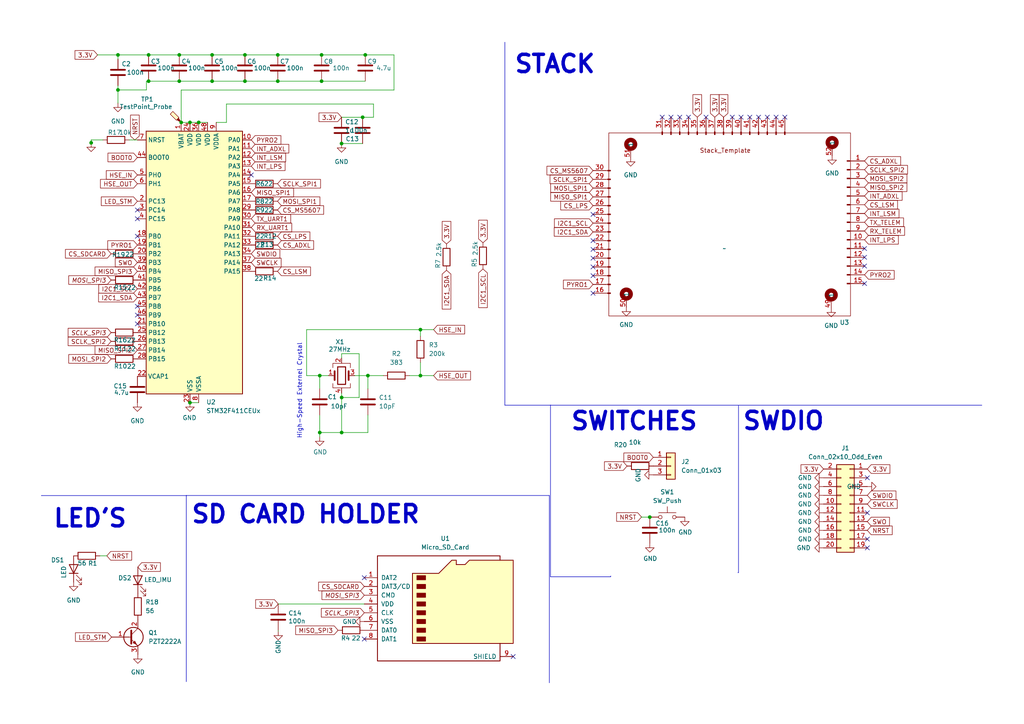
<source format=kicad_sch>
(kicad_sch (version 20230121) (generator eeschema)
  (paper "A4")
  (lib_symbols
    (symbol "Connector:Micro_SD_Card" (pin_names (offset 1.016))
      (property "Reference" "J" (at -16.51 15.24 0))
      (property "Value" "Micro_SD_Card" (at 16.51 15.24 0))
      (symbol "Micro_SD_Card_1_1"
        (pin bidirectional line (at -22.86 7.62 0) (length 3.81) (name "DAT2") (number "1"))
        (pin bidirectional line (at -22.86 5.08 0) (length 3.81) (name "DAT3/CD") (number "2"))
        (pin input line (at -22.86 2.54 0) (length 3.81) (name "CMD") (number "3"))
        (pin power_in line (at -22.86 0 0) (length 3.81) (name "VDD") (number "4"))
        (pin input line (at -22.86 -2.54 0) (length 3.81) (name "CLK") (number "5"))
        (pin power_in line (at -22.86 -5.08 0) (length 3.81) (name "VSS") (number "6"))
        (pin bidirectional line (at -22.86 -7.62 0) (length 3.81) (name "DAT0") (number "7"))
        (pin bidirectional line (at -22.86 -10.16 0) (length 3.81) (name "DAT1") (number "8"))
        (pin passive line (at 20.32 -15.24 180) (length 3.81) (name "SHIELD") (number "9"))
      )
    )
    (symbol "Connector:TestPoint_Probe" (pin_numbers hide) (pin_names (offset 0.762) hide)
      (property "Reference" "TP" (at 1.651 5.842 0))
      (property "Value" "TestPoint_Probe" (at 1.651 4.064 0))
      (symbol "TestPoint_Probe_1_1"
        (pin passive line (at 0 0 90) (length 0) (name "1") (number "1"))
      )
    )
    (symbol "Connector_Generic:Conn_01x03" (pin_names (offset 1.016) hide)
      (property "Reference" "J" (at 0 5.08 0))
      (property "Value" "Conn_01x03" (at 0 -5.08 0))
      (symbol "Conn_01x03_1_1"
        (pin passive line (at -5.08 2.54 0) (length 3.81) (name "Pin_1") (number "1"))
        (pin passive line (at -5.08 0 0) (length 3.81) (name "Pin_2") (number "2"))
        (pin passive line (at -5.08 -2.54 0) (length 3.81) (name "Pin_3") (number "3"))
      )
    )
    (symbol "Connector_Generic:Conn_02x10_Odd_Even" (pin_names (offset 1.016) hide)
      (property "Reference" "J" (at 1.27 12.7 0))
      (property "Value" "Conn_02x10_Odd_Even" (at 1.27 -15.24 0))
      (symbol "Conn_02x10_Odd_Even_1_1"
        (pin passive line (at -5.08 10.16 0) (length 3.81) (name "Pin_1") (number "1"))
        (pin passive line (at 7.62 0 180) (length 3.81) (name "Pin_10") (number "10"))
        (pin passive line (at -5.08 -2.54 0) (length 3.81) (name "Pin_11") (number "11"))
        (pin passive line (at 7.62 -2.54 180) (length 3.81) (name "Pin_12") (number "12"))
        (pin passive line (at -5.08 -5.08 0) (length 3.81) (name "Pin_13") (number "13"))
        (pin passive line (at 7.62 -5.08 180) (length 3.81) (name "Pin_14") (number "14"))
        (pin passive line (at -5.08 -7.62 0) (length 3.81) (name "Pin_15") (number "15"))
        (pin passive line (at 7.62 -7.62 180) (length 3.81) (name "Pin_16") (number "16"))
        (pin passive line (at -5.08 -10.16 0) (length 3.81) (name "Pin_17") (number "17"))
        (pin passive line (at 7.62 -10.16 180) (length 3.81) (name "Pin_18") (number "18"))
        (pin passive line (at -5.08 -12.7 0) (length 3.81) (name "Pin_19") (number "19"))
        (pin passive line (at 7.62 10.16 180) (length 3.81) (name "Pin_2") (number "2"))
        (pin passive line (at 7.62 -12.7 180) (length 3.81) (name "Pin_20") (number "20"))
        (pin passive line (at -5.08 7.62 0) (length 3.81) (name "Pin_3") (number "3"))
        (pin passive line (at 7.62 7.62 180) (length 3.81) (name "Pin_4") (number "4"))
        (pin passive line (at -5.08 5.08 0) (length 3.81) (name "Pin_5") (number "5"))
        (pin passive line (at 7.62 5.08 180) (length 3.81) (name "Pin_6") (number "6"))
        (pin passive line (at -5.08 2.54 0) (length 3.81) (name "Pin_7") (number "7"))
        (pin passive line (at 7.62 2.54 180) (length 3.81) (name "Pin_8") (number "8"))
        (pin passive line (at -5.08 0 0) (length 3.81) (name "Pin_9") (number "9"))
      )
    )
    (symbol "Device:C" (pin_numbers hide) (pin_names (offset 0.254))
      (property "Reference" "C" (at 0.635 2.54 0))
      (property "Value" "C" (at 0.635 -2.54 0))
      (symbol "C_1_1"
        (pin passive line (at 0 3.81 270) (length 2.794) (name "~") (number "1"))
        (pin passive line (at 0 -3.81 90) (length 2.794) (name "~") (number "2"))
      )
    )
    (symbol "Device:Crystal_GND24" (pin_names (offset 1.016) hide)
      (property "Reference" "Y" (at 3.175 5.08 0))
      (property "Value" "Crystal_GND24" (at 3.175 3.175 0))
      (symbol "Crystal_GND24_1_1"
        (pin passive line (at -3.81 0 0) (length 1.27) (name "1") (number "1"))
        (pin passive line (at 0 5.08 270) (length 1.27) (name "2") (number "2"))
        (pin passive line (at 3.81 0 180) (length 1.27) (name "3") (number "3"))
        (pin passive line (at 0 -5.08 90) (length 1.27) (name "4") (number "4"))
      )
    )
    (symbol "Device:LED" (pin_numbers hide) (pin_names (offset 1.016) hide)
      (property "Reference" "D" (at 0 2.54 0))
      (property "Value" "LED" (at 0 -2.54 0))
      (symbol "LED_1_1"
        (pin passive line (at -3.81 0 0) (length 2.54) (name "K") (number "1"))
        (pin passive line (at 3.81 0 180) (length 2.54) (name "A") (number "2"))
      )
    )
    (symbol "Device:R" (pin_numbers hide) (pin_names (offset 0))
      (property "Reference" "R" (at 2.032 0 90))
      (property "Value" "R" (at 0 0 90))
      (symbol "R_1_1"
        (pin passive line (at 0 3.81 270) (length 1.27) (name "~") (number "1"))
        (pin passive line (at 0 -3.81 90) (length 1.27) (name "~") (number "2"))
      )
    )
    (symbol "GND_1" (power) (pin_names (offset 0))
      (property "Value" "GND_1" (at 0 -3.81 0))
      (symbol "GND_1_1_1"
        (pin power_in line (at 0 0 270) (length 0) hide (name "GND") (number "1"))
      )
    )
    (symbol "MCU_ST_STM32F4:STM32F411CEUx"
      (property "Reference" "U" (at -12.7 39.37 0))
      (property "Value" "STM32F411CEUx" (at 10.16 39.37 0))
      (symbol "STM32F411CEUx_1_1"
        (pin power_in line (at -2.54 40.64 270) (length 2.54) (name "VBAT") (number "1"))
        (pin bidirectional line (at 17.78 35.56 180) (length 2.54) (name "PA0") (number "10"))
        (pin bidirectional line (at 17.78 33.02 180) (length 2.54) (name "PA1") (number "11"))
        (pin bidirectional line (at 17.78 30.48 180) (length 2.54) (name "PA2") (number "12"))
        (pin bidirectional line (at 17.78 27.94 180) (length 2.54) (name "PA3") (number "13"))
        (pin bidirectional line (at 17.78 25.4 180) (length 2.54) (name "PA4") (number "14"))
        (pin bidirectional line (at 17.78 22.86 180) (length 2.54) (name "PA5") (number "15"))
        (pin bidirectional line (at 17.78 20.32 180) (length 2.54) (name "PA6") (number "16"))
        (pin bidirectional line (at 17.78 17.78 180) (length 2.54) (name "PA7") (number "17"))
        (pin bidirectional line (at -15.24 7.62 0) (length 2.54) (name "PB0") (number "18"))
        (pin bidirectional line (at -15.24 5.08 0) (length 2.54) (name "PB1") (number "19"))
        (pin bidirectional line (at -15.24 17.78 0) (length 2.54) (name "PC13") (number "2"))
        (pin bidirectional line (at -15.24 2.54 0) (length 2.54) (name "PB2") (number "20"))
        (pin bidirectional line (at -15.24 -17.78 0) (length 2.54) (name "PB10") (number "21"))
        (pin power_out line (at -15.24 -33.02 0) (length 2.54) (name "VCAP1") (number "22"))
        (pin power_in line (at 0 -40.64 90) (length 2.54) (name "VSS") (number "23"))
        (pin power_in line (at 0 40.64 270) (length 2.54) (name "VDD") (number "24"))
        (pin bidirectional line (at -15.24 -20.32 0) (length 2.54) (name "PB12") (number "25"))
        (pin bidirectional line (at -15.24 -22.86 0) (length 2.54) (name "PB13") (number "26"))
        (pin bidirectional line (at -15.24 -25.4 0) (length 2.54) (name "PB14") (number "27"))
        (pin bidirectional line (at -15.24 -27.94 0) (length 2.54) (name "PB15") (number "28"))
        (pin bidirectional line (at 17.78 15.24 180) (length 2.54) (name "PA8") (number "29"))
        (pin bidirectional line (at -15.24 15.24 0) (length 2.54) (name "PC14") (number "3"))
        (pin bidirectional line (at 17.78 12.7 180) (length 2.54) (name "PA9") (number "30"))
        (pin bidirectional line (at 17.78 10.16 180) (length 2.54) (name "PA10") (number "31"))
        (pin bidirectional line (at 17.78 7.62 180) (length 2.54) (name "PA11") (number "32"))
        (pin bidirectional line (at 17.78 5.08 180) (length 2.54) (name "PA12") (number "33"))
        (pin bidirectional line (at 17.78 2.54 180) (length 2.54) (name "PA13") (number "34"))
        (pin passive line (at 0 -40.64 90) (length 2.54) hide (name "VSS") (number "35"))
        (pin power_in line (at 2.54 40.64 270) (length 2.54) (name "VDD") (number "36"))
        (pin bidirectional line (at 17.78 0 180) (length 2.54) (name "PA14") (number "37"))
        (pin bidirectional line (at 17.78 -2.54 180) (length 2.54) (name "PA15") (number "38"))
        (pin bidirectional line (at -15.24 0 0) (length 2.54) (name "PB3") (number "39"))
        (pin bidirectional line (at -15.24 12.7 0) (length 2.54) (name "PC15") (number "4"))
        (pin bidirectional line (at -15.24 -2.54 0) (length 2.54) (name "PB4") (number "40"))
        (pin bidirectional line (at -15.24 -5.08 0) (length 2.54) (name "PB5") (number "41"))
        (pin bidirectional line (at -15.24 -7.62 0) (length 2.54) (name "PB6") (number "42"))
        (pin bidirectional line (at -15.24 -10.16 0) (length 2.54) (name "PB7") (number "43"))
        (pin input line (at -15.24 30.48 0) (length 2.54) (name "BOOT0") (number "44"))
        (pin bidirectional line (at -15.24 -12.7 0) (length 2.54) (name "PB8") (number "45"))
        (pin bidirectional line (at -15.24 -15.24 0) (length 2.54) (name "PB9") (number "46"))
        (pin passive line (at 0 -40.64 90) (length 2.54) hide (name "VSS") (number "47"))
        (pin power_in line (at 5.08 40.64 270) (length 2.54) (name "VDD") (number "48"))
        (pin passive line (at 0 -40.64 90) (length 2.54) hide (name "VSS") (number "49"))
        (pin bidirectional line (at -15.24 25.4 0) (length 2.54) (name "PH0") (number "5"))
        (pin bidirectional line (at -15.24 22.86 0) (length 2.54) (name "PH1") (number "6"))
        (pin input line (at -15.24 35.56 0) (length 2.54) (name "NRST") (number "7"))
        (pin power_in line (at 2.54 -40.64 90) (length 2.54) (name "VSSA") (number "8"))
        (pin power_in line (at 7.62 40.64 270) (length 2.54) (name "VDDA") (number "9"))
      )
    )
    (symbol "Switch:SW_Push" (pin_numbers hide) (pin_names (offset 1.016) hide)
      (property "Reference" "SW" (at 1.27 2.54 0))
      (property "Value" "SW_Push" (at 0 -1.524 0))
      (symbol "SW_Push_0_1"
        (pin passive line (at -5.08 0 0) (length 2.54) (name "1") (number "1"))
        (pin passive line (at 5.08 0 180) (length 2.54) (name "2") (number "2"))
      )
    )
    (symbol "Transistor_BJT:PZT2222A" (pin_names (offset 0) hide)
      (property "Reference" "Q" (at 5.08 1.905 0))
      (property "Value" "PZT2222A" (at 5.08 0 0))
      (symbol "PZT2222A_1_1"
        (pin input line (at -5.08 0 0) (length 5.08) (name "B") (number "1"))
        (pin passive line (at 2.54 5.08 270) (length 2.54) (name "C") (number "2"))
        (pin passive line (at 2.54 -5.08 90) (length 2.54) (name "E") (number "3"))
      )
    )
    (symbol "fc_stack:Template"
      (property "Reference" "U" (at 0 0 0))
      (symbol "Template_1_1"
        (text "Stack_Template\n" (at 0.254 28.448 0) (effects (font (size 1.27 1.27))))
        (pin passive line (at 40.64 25.4 180) (length 3.81) (name "") (number "1"))
        (pin passive line (at 40.64 2.54 180) (length 3.81) (name "") (number "10"))
        (pin passive line (at 40.64 0 180) (length 3.81) (name "") (number "11"))
        (pin passive line (at 40.64 -2.54 180) (length 3.81) (name "") (number "12"))
        (pin passive line (at 40.64 -5.08 180) (length 3.81) (name "") (number "13"))
        (pin passive line (at 40.64 -7.62 180) (length 3.81) (name "") (number "14"))
        (pin passive line (at 40.64 -10.16 180) (length 3.81) (name "") (number "15"))
        (pin passive line (at -38.1 -12.954 0) (length 3.81) (name "") (number "16"))
        (pin passive line (at -38.1 -10.414 0) (length 3.81) (name "") (number "17"))
        (pin passive line (at -38.1 -7.874 0) (length 3.81) (name "") (number "18"))
        (pin passive line (at -38.1 -5.334 0) (length 3.81) (name "") (number "19"))
        (pin passive line (at 40.64 22.86 180) (length 3.81) (name "") (number "2"))
        (pin passive line (at -38.1 -2.794 0) (length 3.81) (name "") (number "20"))
        (pin passive line (at -38.1 -0.254 0) (length 3.81) (name "") (number "21"))
        (pin passive line (at -38.1 2.286 0) (length 3.81) (name "") (number "22"))
        (pin passive line (at -38.1 4.826 0) (length 3.81) (name "") (number "23"))
        (pin passive line (at -38.1 7.366 0) (length 3.81) (name "") (number "24"))
        (pin passive line (at -38.1 9.906 0) (length 3.81) (name "") (number "25"))
        (pin passive line (at -38.1 12.446 0) (length 3.81) (name "") (number "26"))
        (pin passive line (at -38.1 14.986 0) (length 3.81) (name "") (number "27"))
        (pin passive line (at -38.1 17.526 0) (length 3.81) (name "") (number "28"))
        (pin passive line (at -38.1 20.066 0) (length 3.81) (name "") (number "29"))
        (pin passive line (at 40.64 20.32 180) (length 3.81) (name "") (number "3"))
        (pin passive line (at -38.1 22.606 0) (length 3.81) (name "") (number "30"))
        (pin passive line (at -18.034 38.1 270) (length 3.81) (name "") (number "31"))
        (pin passive line (at -15.494 38.1 270) (length 3.81) (name "") (number "32"))
        (pin passive line (at -12.954 38.1 270) (length 3.81) (name "") (number "33"))
        (pin passive line (at -10.414 38.1 270) (length 3.81) (name "") (number "34"))
        (pin passive line (at -7.874 38.1 270) (length 3.81) (name "") (number "35"))
        (pin passive line (at -5.334 38.1 270) (length 3.81) (name "") (number "36"))
        (pin passive line (at -2.794 38.1 270) (length 3.81) (name "") (number "37"))
        (pin passive line (at -0.254 38.1 270) (length 3.81) (name "") (number "38"))
        (pin passive line (at 2.286 38.1 270) (length 3.81) (name "") (number "39"))
        (pin passive line (at 40.64 17.78 180) (length 3.81) (name "") (number "4"))
        (pin passive line (at 4.826 38.1 270) (length 3.81) (name "") (number "40"))
        (pin passive line (at 7.366 38.1 270) (length 3.81) (name "") (number "41"))
        (pin passive line (at 9.906 38.1 270) (length 3.81) (name "") (number "42"))
        (pin passive line (at 12.446 38.1 270) (length 3.81) (name "") (number "43"))
        (pin passive line (at 14.986 38.1 270) (length 3.81) (name "") (number "44"))
        (pin passive line (at 17.526 38.1 270) (length 3.81) (name "") (number "45"))
        (pin input line (at 30.988 -17.272 90) (length 2.54) (name "1") (number "49"))
        (pin passive line (at 40.64 15.24 180) (length 3.81) (name "") (number "5"))
        (pin input line (at -28.448 -17.018 90) (length 2.54) (name "1") (number "50"))
        (pin input line (at -27.178 26.416 90) (length 2.54) (name "1") (number "51"))
        (pin input line (at 31.242 26.924 90) (length 2.54) (name "1") (number "52"))
        (pin passive line (at 40.64 12.7 180) (length 3.81) (name "") (number "6"))
        (pin passive line (at 40.64 10.16 180) (length 3.81) (name "") (number "7"))
        (pin passive line (at 40.64 7.62 180) (length 3.81) (name "") (number "8"))
        (pin passive line (at 40.64 5.08 180) (length 3.81) (name "") (number "9"))
      )
    )
    (symbol "power:GND" (power) (pin_names (offset 0))
      (property "Value" "GND" (at 0 -3.81 0))
      (symbol "GND_1_1"
        (pin power_in line (at 0 0 270) (length 0) hide (name "GND") (number "1"))
      )
    )
  )
  (junction (at 92.7354 125.4506))
  (junction (at 99.0854 125.4506))
  (junction (at 80.5688 15.9258))
  (junction (at 99.06 41.6306))
  (junction (at 43.1038 23.5458))
  (junction (at 71.0438 15.9258))
  (junction (at 51.9938 15.9258))
  (junction (at 121.9454 108.9406))
  (junction (at 34.2138 15.9258))
  (junction (at 99.0854 115.2906))
  (junction (at 93.2688 15.9258))
  (junction (at 51.9938 23.5458))
  (junction (at 55.0926 35.5092))
  (junction (at 80.5688 23.5458))
  (junction (at 105.9434 15.9258))
  (junction (at 61.5188 15.9258))
  (junction (at 188.468 149.987))
  (junction (at 34.2138 26.0858))
  (junction (at 55.0926 116.7892))
  (junction (at 105.1814 34.0106))
  (junction (at 26.4414 41.4274))
  (junction (at 92.7354 108.9406))
  (junction (at 61.5188 23.5458))
  (junction (at 121.9454 95.6056))
  (junction (at 93.2688 23.5458))
  (junction (at 43.1038 15.9258))
  (junction (at 52.5526 35.5092))
  (junction (at 57.6326 35.5092))
  (junction (at 106.7054 108.9406))
  (junction (at 71.0438 23.5458))
  (no_connect (at 227.6348 33.9852))
  (no_connect (at 39.8526 91.3892))
  (no_connect (at 39.8526 68.5292))
  (no_connect (at 212.3948 33.9852))
  (no_connect (at 39.8526 88.8492))
  (no_connect (at 172.0088 72.3392))
  (no_connect (at 204.7748 33.9852))
  (no_connect (at 250.7488 72.0852))
  (no_connect (at 39.8526 60.9092))
  (no_connect (at 172.0088 69.7992))
  (no_connect (at 105.664 167.5638))
  (no_connect (at 250.7488 82.2452))
  (no_connect (at 217.4748 33.9852))
  (no_connect (at 220.0148 33.9852))
  (no_connect (at 148.844 190.4238))
  (no_connect (at 192.0748 33.9852))
  (no_connect (at 172.0088 77.4192))
  (no_connect (at 199.6948 33.9852))
  (no_connect (at 172.0088 62.1792))
  (no_connect (at 225.0948 33.9852))
  (no_connect (at 194.6148 33.9852))
  (no_connect (at 251.5616 148.7424))
  (no_connect (at 39.8526 63.4492))
  (no_connect (at 251.5616 156.3624))
  (no_connect (at 214.9348 33.9852))
  (no_connect (at 39.8526 93.9292))
  (no_connect (at 197.1548 33.9852))
  (no_connect (at 105.664 185.3438))
  (no_connect (at 222.5548 33.9852))
  (no_connect (at 172.0088 85.0392))
  (no_connect (at 172.0088 79.9592))
  (no_connect (at 250.7488 74.6252))
  (no_connect (at 251.5616 158.9024))
  (no_connect (at 250.7488 77.1652))
  (no_connect (at 251.5616 138.5824))
  (no_connect (at 72.8726 50.7492))
  (no_connect (at 172.0088 74.8792))
  (polyline (pts (xy 54.0258 197.7136) (xy 54.0258 143.7132)))
  (wire (pts (xy 106.7054 108.9406) (xy 106.7054 112.7506)))
  (wire (pts (xy 28.2956 15.9258) (xy 34.2138 15.9258)))
  (wire (pts (xy 51.9938 23.5458) (xy 61.5188 23.5458)))
  (wire (pts (xy 55.0926 35.5092) (xy 57.6326 35.5092)))
  (wire (pts (xy 42.4688 23.5458) (xy 43.1038 23.5458)))
  (wire (pts (xy 88.9254 108.9406) (xy 92.7354 108.9406)))
  (wire (pts (xy 186.055 149.9616) (xy 186.0804 149.9616)))
  (polyline (pts (xy 146.431 12.2428) (xy 146.431 117.5258)))
  (wire (pts (xy 114.2746 26.1112) (xy 114.2746 15.9258)))
  (wire (pts (xy 121.9454 95.6056) (xy 121.9454 97.5106)))
  (wire (pts (xy 30.988 161.2138) (xy 28.9814 161.2138)))
  (wire (pts (xy 65.6844 30.1752) (xy 65.6844 35.5092)))
  (wire (pts (xy 125.7554 95.6056) (xy 121.9454 95.6056)))
  (wire (pts (xy 186.0804 149.987) (xy 188.468 149.987)))
  (wire (pts (xy 102.8954 108.9406) (xy 106.7054 108.9406)))
  (wire (pts (xy 26.4414 41.4274) (xy 26.4414 40.5892)))
  (polyline (pts (xy 159.3342 143.7132) (xy 159.3342 198.0438)))
  (wire (pts (xy 34.2138 15.9258) (xy 34.2138 17.1958)))
  (wire (pts (xy 92.7354 108.9406) (xy 95.2754 108.9406)))
  (wire (pts (xy 43.1038 23.5458) (xy 51.9938 23.5458)))
  (wire (pts (xy 93.2688 23.5458) (xy 105.9434 23.5458)))
  (wire (pts (xy 104.1654 102.5906) (xy 104.1654 115.2906)))
  (wire (pts (xy 99.0854 115.2906) (xy 99.0854 114.0206)))
  (polyline (pts (xy 214.1982 117.6782) (xy 214.1982 166.0652)))
  (wire (pts (xy 92.7354 126.7206) (xy 92.7354 125.4506)))
  (wire (pts (xy 108.331 30.1752) (xy 65.6844 30.1752)))
  (wire (pts (xy 34.2138 26.0858) (xy 42.4688 26.0858)))
  (wire (pts (xy 52.5526 26.1112) (xy 114.2746 26.1112)))
  (wire (pts (xy 52.5526 35.5346) (xy 55.0926 35.5092)))
  (wire (pts (xy 42.4688 26.0858) (xy 42.4688 23.5458)))
  (wire (pts (xy 114.2746 15.9258) (xy 105.9434 15.9258)))
  (polyline (pts (xy 177.1396 167.0558) (xy 177.1396 167.2844)))
  (wire (pts (xy 37.465 40.5892) (xy 39.8526 40.5892)))
  (polyline (pts (xy 146.431 117.5258) (xy 284.7848 117.5258)))
  (wire (pts (xy 99.0854 115.2906) (xy 99.0854 125.4506)))
  (wire (pts (xy 80.5688 23.5458) (xy 93.2688 23.5458)))
  (wire (pts (xy 80.6958 182.8038) (xy 80.6958 183.0832)))
  (wire (pts (xy 26.4414 41.4274) (xy 26.4668 41.4274)))
  (wire (pts (xy 121.9454 95.6056) (xy 88.9254 95.6056)))
  (wire (pts (xy 26.4668 40.5892) (xy 29.845 40.5892)))
  (wire (pts (xy 118.7704 108.9406) (xy 121.9454 108.9406)))
  (wire (pts (xy 106.7054 108.9406) (xy 111.1504 108.9406)))
  (wire (pts (xy 99.0854 125.4506) (xy 92.7354 125.4506)))
  (wire (pts (xy 43.1038 15.9258) (xy 51.9938 15.9258)))
  (wire (pts (xy 99.0854 103.8606) (xy 99.0854 102.5906)))
  (wire (pts (xy 71.0438 15.9258) (xy 80.5688 15.9258)))
  (wire (pts (xy 61.5188 23.5458) (xy 71.0438 23.5458)))
  (wire (pts (xy 51.9938 15.9258) (xy 61.5188 15.9258)))
  (polyline (pts (xy 54.0258 143.7132) (xy 159.3342 143.7132)))
  (wire (pts (xy 99.06 41.6306) (xy 105.1814 41.6306)))
  (wire (pts (xy 99.0854 102.5906) (xy 104.1654 102.5906)))
  (wire (pts (xy 106.7054 125.4506) (xy 99.0854 125.4506)))
  (wire (pts (xy 99.06 34.0106) (xy 105.1814 34.0106)))
  (wire (pts (xy 57.6326 35.5092) (xy 60.1726 35.5092)))
  (wire (pts (xy 92.7354 120.3706) (xy 92.7354 125.4506)))
  (polyline (pts (xy 159.6644 167.2844) (xy 177.1396 167.2844)))
  (polyline (pts (xy 214.0204 166.0652) (xy 214.1982 166.0652)))
  (wire (pts (xy 62.7126 35.5092) (xy 65.6844 35.5092)))
  (wire (pts (xy 34.2138 24.8158) (xy 34.2138 26.0858)))
  (wire (pts (xy 26.4668 41.4274) (xy 26.4668 40.5892)))
  (wire (pts (xy 61.5188 15.9258) (xy 71.0438 15.9258)))
  (wire (pts (xy 106.7054 120.3706) (xy 106.7054 125.4506)))
  (wire (pts (xy 34.2138 26.0858) (xy 34.2138 29.8958)))
  (wire (pts (xy 99.0854 115.2906) (xy 104.1654 115.2906)))
  (wire (pts (xy 108.331 34.0106) (xy 108.331 30.1752)))
  (wire (pts (xy 34.2138 15.9258) (xy 43.1038 15.9258)))
  (wire (pts (xy 121.9454 108.9406) (xy 125.7554 108.9406)))
  (polyline (pts (xy 54.102 143.7386) (xy 12.0396 143.7386)))
  (polyline (pts (xy 159.6644 117.4496) (xy 159.6644 167.2844)))
  (wire (pts (xy 52.5526 35.5092) (xy 52.5526 35.5346)))
  (wire (pts (xy 88.9254 95.6056) (xy 88.9254 108.9406)))
  (wire (pts (xy 105.1814 34.0106) (xy 108.331 34.0106)))
  (wire (pts (xy 55.0926 116.7892) (xy 57.6326 116.7892)))
  (wire (pts (xy 71.0438 23.5458) (xy 80.5688 23.5458)))
  (wire (pts (xy 80.5688 15.9258) (xy 93.2688 15.9258)))
  (wire (pts (xy 186.0804 149.9616) (xy 186.0804 149.987)))
  (wire (pts (xy 52.5526 26.1112) (xy 52.5526 35.5092)))
  (wire (pts (xy 92.7354 108.9406) (xy 92.7354 112.7506)))
  (polyline (pts (xy 12.0396 143.7386) (xy 12.0396 143.764)))
  (wire (pts (xy 121.9454 105.1306) (xy 121.9454 108.9406)))
  (wire (pts (xy 80.6958 175.1838) (xy 105.664 175.1838)))
  (wire (pts (xy 93.2688 15.9258) (xy 105.9434 15.9258)))
  (text "SWDIO" (at 215.0618 125.1966 0) (effects (font (size 5 5) (thickness 1) bold) (justify left bottom)))
  (text "LED'S" (at 15.113 153.4414 0) (effects (font (size 5 5) (thickness 1) bold) (justify left bottom)))
  (text "High-Speed Externel Crystal" (at 87.6554 127.3556 90) (effects (font (size 1.27 1.27)) (justify left bottom)))
  (text "SD CARD HOLDER" (at 55.1434 152.2476 0) (effects (font (size 5 5) (thickness 1) bold) (justify left bottom)))
  (text "STACK" (at 148.8694 21.6662 0) (effects (font (size 5 5) bold) (justify left bottom)))
  (text "SWITCHES\n" (at 165.2016 125.2474 0) (effects (font (size 5 5) (thickness 1) bold) (justify left bottom)))
  (global_label "CS_MS5607" (shape input) (at 80.4926 60.9092 0) (property "Intersheetrefs" "${INTERSHEET_REFS}" (effects hide)))
  (global_label "SCLK_SPI1" (shape input) (at 172.0088 52.0192 180) (property "Intersheetrefs" "${INTERSHEET_REFS}" (effects hide)))
  (global_label "CS_MS5607" (shape input) (at 172.0088 49.4792 180) (property "Intersheetrefs" "${INTERSHEET_REFS}" (effects hide)))
  (global_label "I2C1_SCL" (shape input) (at 39.8526 83.7692 180) (property "Intersheetrefs" "${INTERSHEET_REFS}" (effects hide)))
  (global_label "HSE_IN" (shape input) (at 39.8526 50.7492 180) (property "Intersheetrefs" "${INTERSHEET_REFS}" (effects hide)))
  (global_label "I2C1_SDA" (shape input) (at 172.0088 67.2592 180) (property "Intersheetrefs" "${INTERSHEET_REFS}" (effects hide)))
  (global_label "TX_TELEM" (shape input) (at 250.7488 64.4652 0) (property "Intersheetrefs" "${INTERSHEET_REFS}" (effects hide)))
  (global_label "SWO" (shape input) (at 251.5616 151.2824 0) (property "Intersheetrefs" "${INTERSHEET_REFS}" (effects hide)))
  (global_label "INT_LSM" (shape input) (at 72.8726 45.6692 0) (property "Intersheetrefs" "${INTERSHEET_REFS}" (effects hide)))
  (global_label "MISO_SPI3" (shape input) (at 98.044 182.8038 180) (property "Intersheetrefs" "${INTERSHEET_REFS}" (effects hide)))
  (global_label "LED_STM" (shape input) (at 39.8526 58.3692 180) (property "Intersheetrefs" "${INTERSHEET_REFS}" (effects hide)))
  (global_label "MOSI_SPI1" (shape input) (at 80.4926 58.3692 0) (property "Intersheetrefs" "${INTERSHEET_REFS}" (effects hide)))
  (global_label "NRST" (shape input) (at 251.5616 153.8224 0) (property "Intersheetrefs" "${INTERSHEET_REFS}" (effects hide)))
  (global_label "MISO_SPI3" (shape input) (at 39.8526 78.6892 180) (property "Intersheetrefs" "${INTERSHEET_REFS}" (effects hide)))
  (global_label "NRST" (shape input) (at 30.988 161.2138 0) (property "Intersheetrefs" "${INTERSHEET_REFS}" (effects hide)))
  (global_label "SCLK_SPI3" (shape input) (at 32.2326 96.4692 180) (effects (font italic)) (property "Intersheetrefs" "${INTERSHEET_REFS}" (effects hide)))
  (global_label "MOSI_SPI3" (shape input) (at 105.664 172.6438 180) (effects (font italic)) (property "Intersheetrefs" "${INTERSHEET_REFS}" (effects hide)))
  (global_label "INT_ADXL" (shape input) (at 72.8726 43.1292 0) (property "Intersheetrefs" "${INTERSHEET_REFS}" (effects hide)))
  (global_label "SCLK_SPI2" (shape input) (at 32.2326 99.0092 180) (property "Intersheetrefs" "${INTERSHEET_REFS}" (effects hide)))
  (global_label "BOOT0" (shape input) (at 39.8526 45.6692 180) (property "Intersheetrefs" "${INTERSHEET_REFS}" (effects hide)))
  (global_label "INT_LPS" (shape input) (at 250.7488 69.5452 0) (property "Intersheetrefs" "${INTERSHEET_REFS}" (effects hide)))
  (global_label "SWDIO" (shape input) (at 72.8726 73.6092 0) (property "Intersheetrefs" "${INTERSHEET_REFS}" (effects hide)))
  (global_label "TX_UART1" (shape input) (at 72.8726 63.4492 0) (property "Intersheetrefs" "${INTERSHEET_REFS}" (effects hide)))
  (global_label "3.3V" (shape input) (at 129.5146 70.7644 90) (property "Intersheetrefs" "${INTERSHEET_REFS}" (effects hide)))
  (global_label "MOSI_SPI1" (shape input) (at 172.0088 54.5592 180) (property "Intersheetrefs" "${INTERSHEET_REFS}" (effects hide)))
  (global_label "MISO_SPI1" (shape input) (at 72.8726 55.8292 0) (property "Intersheetrefs" "${INTERSHEET_REFS}" (effects hide)))
  (global_label "PYRO1" (shape input) (at 172.0088 82.4992 180) (property "Intersheetrefs" "${INTERSHEET_REFS}" (effects hide)))
  (global_label "MOSI_SPI3" (shape input) (at 32.2326 81.2292 180) (effects (font italic)) (property "Intersheetrefs" "${INTERSHEET_REFS}" (effects hide)))
  (global_label "PYRO2" (shape input) (at 72.8726 40.5892 0) (property "Intersheetrefs" "${INTERSHEET_REFS}" (effects hide)))
  (global_label "MISO_SPI2" (shape input) (at 250.7488 54.3052 0) (property "Intersheetrefs" "${INTERSHEET_REFS}" (effects hide)))
  (global_label "CS_LSM" (shape input) (at 250.7488 59.3852 0) (property "Intersheetrefs" "${INTERSHEET_REFS}" (effects hide)))
  (global_label "SWO" (shape input) (at 39.8526 76.1492 180) (property "Intersheetrefs" "${INTERSHEET_REFS}" (effects hide)))
  (global_label "HSE_OUT" (shape input) (at 39.8526 53.2892 180) (property "Intersheetrefs" "${INTERSHEET_REFS}" (effects hide)))
  (global_label "3.3V" (shape input) (at 251.5616 136.0424 0) (property "Intersheetrefs" "${INTERSHEET_REFS}" (effects hide)))
  (global_label "HSE_OUT" (shape input) (at 125.7554 108.9406 0) (property "Intersheetrefs" "${INTERSHEET_REFS}" (effects hide)))
  (global_label "3.3V" (shape input) (at 80.6958 175.1838 180) (property "Intersheetrefs" "${INTERSHEET_REFS}" (effects hide)))
  (global_label "CS_ADXL" (shape input) (at 80.4926 71.0692 0) (property "Intersheetrefs" "${INTERSHEET_REFS}" (effects hide)))
  (global_label "SCLK_SPI1" (shape input) (at 80.4926 53.2892 0) (property "Intersheetrefs" "${INTERSHEET_REFS}" (effects hide)))
  (global_label "SWCLK" (shape input) (at 251.5616 146.2024 0) (property "Intersheetrefs" "${INTERSHEET_REFS}" (effects hide)))
  (global_label "BOOT0" (shape input) (at 189.484 132.6388 180) (property "Intersheetrefs" "${INTERSHEET_REFS}" (effects hide)))
  (global_label "CS_SDCARD" (shape input) (at 32.2326 73.6092 180) (property "Intersheetrefs" "${INTERSHEET_REFS}" (effects hide)))
  (global_label "I2C1_SDA" (shape input) (at 129.5146 78.3844 270) (property "Intersheetrefs" "${INTERSHEET_REFS}" (effects hide)))
  (global_label "CS_SDCARD" (shape input) (at 105.664 170.1038 180) (property "Intersheetrefs" "${INTERSHEET_REFS}" (effects hide)))
  (global_label "PYRO2" (shape input) (at 250.7488 79.7052 0) (property "Intersheetrefs" "${INTERSHEET_REFS}" (effects hide)))
  (global_label "RX_TELEM" (shape input) (at 250.7488 67.0052 0) (property "Intersheetrefs" "${INTERSHEET_REFS}" (effects hide)))
  (global_label "3.3V" (shape input) (at 28.2956 15.9258 180) (property "Intersheetrefs" "${INTERSHEET_REFS}" (effects hide)))
  (global_label "PYRO1" (shape input) (at 39.8526 71.0692 180) (property "Intersheetrefs" "${INTERSHEET_REFS}" (effects hide)))
  (global_label "HSE_IN" (shape input) (at 125.7554 95.6056 0) (property "Intersheetrefs" "${INTERSHEET_REFS}" (effects hide)))
  (global_label "I2C1_SDA" (shape input) (at 39.8526 86.3092 180) (property "Intersheetrefs" "${INTERSHEET_REFS}" (effects hide)))
  (global_label "3.3V" (shape input) (at 99.06 34.0106 180) (property "Intersheetrefs" "${INTERSHEET_REFS}" (effects hide)))
  (global_label "INT_LPS" (shape input) (at 72.8726 48.2092 0) (property "Intersheetrefs" "${INTERSHEET_REFS}" (effects hide)))
  (global_label "CS_LPS" (shape input) (at 80.4926 68.5292 0) (property "Intersheetrefs" "${INTERSHEET_REFS}" (effects hide)))
  (global_label "I2C1_SCL" (shape input) (at 172.0088 64.7192 180) (property "Intersheetrefs" "${INTERSHEET_REFS}" (effects hide)))
  (global_label "CS_ADXL" (shape input) (at 250.7488 46.6852 0) (property "Intersheetrefs" "${INTERSHEET_REFS}" (effects hide)))
  (global_label "3.3V" (shape input) (at 209.8548 33.9852 90) (property "Intersheetrefs" "${INTERSHEET_REFS}" (effects hide)))
  (global_label "CS_LSM" (shape input) (at 80.4926 78.6892 0) (property "Intersheetrefs" "${INTERSHEET_REFS}" (effects hide)))
  (global_label "3.3V" (shape input) (at 207.3148 33.9852 90) (property "Intersheetrefs" "${INTERSHEET_REFS}" (effects hide)))
  (global_label "MOSI_SPI2" (shape input) (at 32.2326 104.0892 180) (property "Intersheetrefs" "${INTERSHEET_REFS}" (effects hide)))
  (global_label "CS_LPS" (shape input) (at 172.0088 59.6392 180) (property "Intersheetrefs" "${INTERSHEET_REFS}" (effects hide)))
  (global_label "3.3V" (shape input) (at 238.8616 136.0424 180) (property "Intersheetrefs" "${INTERSHEET_REFS}" (effects hide)))
  (global_label "SCLK_SPI3" (shape input) (at 105.664 177.7238 180) (effects (font italic)) (property "Intersheetrefs" "${INTERSHEET_REFS}" (effects hide)))
  (global_label "NRST" (shape input) (at 39.116 40.5892 90) (property "Intersheetrefs" "${INTERSHEET_REFS}" (effects hide)))
  (global_label "SWDIO" (shape input) (at 251.5616 143.6624 0) (property "Intersheetrefs" "${INTERSHEET_REFS}" (effects hide)))
  (global_label "NRST" (shape input) (at 186.055 149.9616 180) (property "Intersheetrefs" "${INTERSHEET_REFS}" (effects hide)))
  (global_label "3.3V" (shape input) (at 140.081 70.4088 90) (property "Intersheetrefs" "${INTERSHEET_REFS}" (effects hide)))
  (global_label "3.3V" (shape input) (at 39.9796 164.465 0) (property "Intersheetrefs" "${INTERSHEET_REFS}" (effects hide)))
  (global_label "INT_ADXL" (shape input) (at 250.7488 56.8452 0) (property "Intersheetrefs" "${INTERSHEET_REFS}" (effects hide)))
  (global_label "SWCLK" (shape input) (at 72.8726 76.1492 0) (property "Intersheetrefs" "${INTERSHEET_REFS}" (effects hide)))
  (global_label "3.3V" (shape input) (at 181.864 135.1788 180) (property "Intersheetrefs" "${INTERSHEET_REFS}" (effects hide)))
  (global_label "MISO_SPI1" (shape input) (at 172.0088 57.0992 180) (property "Intersheetrefs" "${INTERSHEET_REFS}" (effects hide)))
  (global_label "RX_UART1" (shape input) (at 72.8726 65.9892 0) (property "Intersheetrefs" "${INTERSHEET_REFS}" (effects hide)))
  (global_label "SCLK_SPI2" (shape input) (at 250.7488 49.2252 0) (property "Intersheetrefs" "${INTERSHEET_REFS}" (effects hide)))
  (global_label "MISO_SPI2" (shape input) (at 39.8526 101.5492 180) (property "Intersheetrefs" "${INTERSHEET_REFS}" (effects hide)))
  (global_label "3.3V" (shape input) (at 202.2348 33.9852 90) (property "Intersheetrefs" "${INTERSHEET_REFS}" (effects hide)))
  (global_label "LED_STM" (shape input) (at 32.3596 184.785 180) (property "Intersheetrefs" "${INTERSHEET_REFS}" (effects hide)))
  (global_label "INT_LSM" (shape input) (at 250.7488 61.9252 0) (property "Intersheetrefs" "${INTERSHEET_REFS}" (effects hide)))
  (global_label "I2C1_SCL" (shape input) (at 140.081 78.0288 270) (property "Intersheetrefs" "${INTERSHEET_REFS}" (effects hide)))
  (global_label "MOSI_SPI2" (shape input) (at 250.7488 51.7652 0) (property "Intersheetrefs" "${INTERSHEET_REFS}" (effects hide)))
  (symbol (lib_id "Device:R") (at 36.0426 81.2292 270) (unit 1)
    (property "Reference" "R15" (at 34.9758 83.3628 90))
    (property "Value" "22" (at 38.1 83.4136 90))
    (property "Footprint" "Resistor_SMD:R_0805_2012Metric" (effects hide))
  )
  (symbol (lib_id "Device:R") (at 36.0426 96.4692 270) (unit 1)
    (property "Reference" "R16" (at 34.9504 98.6028 90))
    (property "Value" "22" (at 38.0746 98.6536 90))
    (property "Footprint" "Resistor_SMD:R_0805_2012Metric" (effects hide))
  )
  (symbol (lib_id "Device:R") (at 121.9454 101.3206 0) (mirror y) (unit 1)
    (property "Reference" "R3" (at 124.3584 100.0505 0) (effects (justify right)))
    (property "Value" "200k" (at 124.3584 102.5905 0) (effects (justify right)))
    (property "Footprint" "Resistor_SMD:R_0805_2012Metric" (effects hide))
    (property "Datasheet" "C21267" (effects hide))
  )
  (symbol (lib_id "Device:C") (at 39.8526 112.9792 0) (unit 1)
    (property "Reference" "C15" (at 32.9184 111.9632 0) (effects (justify left)))
    (property "Value" "4.7u" (at 33.0454 113.8682 0) (effects (justify left)))
    (property "Footprint" "Capacitor_SMD:C_0805_2012Metric" (effects hide))
  )
  (symbol (lib_id "Device:R") (at 76.6826 53.2892 270) (unit 1)
    (property "Reference" "R6" (at 75.4634 53.3146 90))
    (property "Value" "22" (at 77.851 53.2892 90))
    (property "Footprint" "Resistor_SMD:R_0805_2012Metric" (effects hide))
  )
  (symbol (lib_id "Device:R") (at 76.6826 58.3692 270) (unit 1)
    (property "Reference" "R8" (at 75.438 58.42 90))
    (property "Value" "22" (at 77.9526 58.3692 90))
    (property "Footprint" "Resistor_SMD:R_0805_2012Metric" (effects hide))
  )
  (symbol (lib_id "Device:C") (at 61.5188 19.7358 0) (unit 1)
    (property "Reference" "C5" (at 62.1538 17.8308 0) (effects (justify left)))
    (property "Value" "100n" (at 64.0588 19.7358 0) (effects (justify left)))
    (property "Footprint" "Capacitor_SMD:C_0805_2012Metric" (effects hide))
    (property "Datasheet" "C14663" (effects hide))
  )
  (symbol (lib_id "Transistor_BJT:PZT2222A") (at 37.4396 184.785 0) (unit 1)
    (property "Reference" "Q1" (at 43.0276 183.5149 0) (effects (justify left)))
    (property "Value" "PZT2222A" (at 43.0276 186.0549 0) (effects (justify left)))
    (property "Footprint" "Package_TO_SOT_SMD:SOT-223-3_TabPin2" (effects hide))
    (property "Datasheet" "https://www.onsemi.com/pub/Collateral/PN2222-D.PDF" (effects hide))
  )
  (symbol (lib_id "Device:C") (at 80.5688 19.7358 0) (unit 1)
    (property "Reference" "C7" (at 81.2038 17.8308 0) (effects (justify left)))
    (property "Value" "100n" (at 83.1088 19.7358 0) (effects (justify left)))
    (property "Footprint" "Capacitor_SMD:C_0805_2012Metric" (effects hide))
    (property "Datasheet" "C14663" (effects hide))
  )
  (symbol (lib_id "Device:C") (at 71.0438 19.7358 0) (unit 1)
    (property "Reference" "C6" (at 71.6788 17.8308 0) (effects (justify left)))
    (property "Value" "100n" (at 73.5838 19.7358 0) (effects (justify left)))
    (property "Footprint" "Capacitor_SMD:C_0805_2012Metric" (effects hide))
    (property "Datasheet" "C14663" (effects hide))
  )
  (symbol (lib_id "power:GND") (at 198.628 149.987 0) (unit 1)
    (property "Reference" "#PWR028" (effects hide))
    (property "Value" "GND" (at 198.755 154.3812 0))
  )
  (symbol (lib_id "MCU_ST_STM32F4:STM32F411CEUx") (at 55.0926 76.1492 0) (unit 1)
    (property "Reference" "U2" (at 59.8267 116.6114 0) (effects (justify left)))
    (property "Value" "STM32F411CEUx" (at 59.8267 119.1514 0) (effects (justify left)))
    (property "Footprint" "Package_DFN_QFN:QFN-48-1EP_7x7mm_P0.5mm_EP5.6x5.6mm" (effects hide))
    (property "Datasheet" "https://www.st.com/resource/en/datasheet/stm32f411ce.pdf" (effects hide))
  )
  (symbol (lib_id "Device:R") (at 39.9796 175.895 0) (unit 1)
    (property "Reference" "R18" (at 42.164 174.6249 0) (effects (justify left)))
    (property "Value" "56" (at 42.164 177.1649 0) (effects (justify left)))
    (property "Footprint" "Resistor_SMD:R_0805_2012Metric" (effects hide))
    (property "Datasheet" "C106949" (effects hide))
  )
  (symbol (lib_id "power:GND") (at 39.9796 189.865 0) (unit 1)
    (property "Reference" "#PWR015" (effects hide))
    (property "Value" "GND" (at 39.9796 194.945 0))
  )
  (symbol (lib_id "Device:C") (at 106.7054 116.5606 0) (unit 1)
    (property "Reference" "C11" (at 109.8804 115.2905 0) (effects (justify left)))
    (property "Value" "10pF" (at 109.8804 117.8305 0) (effects (justify left)))
    (property "Footprint" "Capacitor_SMD:C_0805_2012Metric" (effects hide))
    (property "Datasheet" "C237160" (effects hide))
  )
  (symbol (lib_id "power:GND") (at 238.8616 156.3624 270) (unit 1)
    (property "Reference" "#PWR023" (effects hide))
    (property "Value" "GND" (at 235.5088 156.3625 90) (effects (justify right)))
  )
  (symbol (lib_id "power:GND") (at 188.468 157.607 0) (unit 1)
    (property "Reference" "#PWR027" (effects hide))
    (property "Value" "GND" (at 188.595 162.0012 0))
  )
  (symbol (lib_id "power:GND") (at 189.484 137.7188 270) (unit 1)
    (property "Reference" "#PWR026" (effects hide))
    (property "Value" "GND" (at 185.0898 137.8458 0))
  )
  (symbol (lib_id "power:GND") (at 92.7354 126.7206 0) (unit 1)
    (property "Reference" "#PWR02" (effects hide))
    (property "Value" "GND" (at 92.8624 131.1148 0))
  )
  (symbol (lib_id "Device:LED") (at 21.3614 165.0238 90) (unit 1)
    (property "Reference" "DS1" (at 16.7132 162.433 90))
    (property "Value" "LED" (at 18.4912 165.9382 0))
    (property "Footprint" "LED_SMD:LED_0805_2012Metric" (effects hide))
    (property "Datasheet" "C2296" (effects hide))
  )
  (symbol (lib_id "power:GND") (at 238.8616 158.9024 270) (unit 1)
    (property "Reference" "#PWR024" (effects hide))
    (property "Value" "GND" (at 235.1278 158.9025 90) (effects (justify right)))
  )
  (symbol (lib_id "power:GND") (at 238.8616 151.2824 270) (unit 1)
    (property "Reference" "#PWR021" (effects hide))
    (property "Value" "GND" (at 235.5088 151.2825 90) (effects (justify right)))
  )
  (symbol (lib_id "power:GND") (at 251.5616 141.1224 90) (unit 1)
    (property "Reference" "#PWR025" (effects hide))
    (property "Value" "GND" (at 249.7074 141.1225 90) (effects (justify left)))
  )
  (symbol (lib_id "Connector:TestPoint_Probe") (at 52.5526 35.5092 90) (unit 1)
    (property "Reference" "TP1" (at 42.6974 28.8036 90))
    (property "Value" "TestPoint_Probe" (at 42.3672 30.9626 90))
    (property "Footprint" "TestPoint:TestPoint_Pad_2.0x2.0mm" (effects hide))
  )
  (symbol (lib_name "GND_1") (lib_id "power:GND") (at 34.2138 29.8958 0) (unit 1)
    (property "Reference" "#PWR03" (effects hide))
    (property "Value" "GND" (at 34.2138 35.179 0))
  )
  (symbol (lib_id "power:GND") (at 238.8616 141.1224 270) (unit 1)
    (property "Reference" "#PWR017" (effects hide))
    (property "Value" "GND" (at 235.5088 141.1225 90) (effects (justify right)))
  )
  (symbol (lib_id "Device:LED") (at 39.9796 168.275 90) (unit 1)
    (property "Reference" "DS2" (at 34.2646 167.64 90) (effects (justify right)))
    (property "Value" "LED_IMU" (at 41.8084 168.148 90) (effects (justify right)))
    (property "Footprint" "LED_SMD:LED_0805_2012Metric" (effects hide))
    (property "Datasheet" "C2297" (effects hide))
  )
  (symbol (lib_id "Device:C") (at 99.06 37.8206 0) (unit 1)
    (property "Reference" "C12" (at 100.1014 35.3568 0) (effects (justify left)))
    (property "Value" "100n" (at 101.6 37.8206 0) (effects (justify left)))
    (property "Footprint" "Capacitor_SMD:C_0805_2012Metric" (effects hide))
    (property "Datasheet" "C14663" (effects hide))
  )
  (symbol (lib_id "power:GND") (at 182.9308 45.6692 0) (unit 1)
    (property "Reference" "#PWR09" (effects hide))
    (property "Value" "GND" (at 182.9308 50.7492 0))
  )
  (symbol (lib_id "Device:C") (at 92.7354 116.5606 0) (unit 1)
    (property "Reference" "C1" (at 95.0468 115.1128 0) (effects (justify left)))
    (property "Value" "10pF" (at 95.9104 117.8305 0) (effects (justify left)))
    (property "Footprint" "Capacitor_SMD:C_0805_2012Metric" (effects hide))
    (property "Datasheet" "C237160" (effects hide))
  )
  (symbol (lib_id "power:GND") (at 105.664 180.2638 270) (unit 1)
    (property "Reference" "#PWR012" (effects hide))
    (property "Value" "GND" (at 101.3714 180.2892 90))
  )
  (symbol (lib_id "Device:R") (at 33.655 40.5892 90) (unit 1)
    (property "Reference" "R17" (at 33.2232 38.4048 90))
    (property "Value" "10k" (at 36.322 38.4048 90))
    (property "Footprint" "Resistor_SMD:R_0805_2012Metric" (effects hide))
  )
  (symbol (lib_id "power:GND") (at 238.8616 153.8224 270) (unit 1)
    (property "Reference" "#PWR022" (effects hide))
    (property "Value" "GND" (at 235.5088 153.8225 90) (effects (justify right)))
  )
  (symbol (lib_id "Device:R") (at 114.9604 108.9406 90) (unit 1)
    (property "Reference" "R2" (at 114.9604 102.5906 90))
    (property "Value" "383" (at 114.9604 105.1306 90))
    (property "Footprint" "Resistor_SMD:R_0805_2012Metric" (effects hide))
    (property "Datasheet" "C12976" (effects hide))
  )
  (symbol (lib_id "Device:R") (at 36.0426 73.6092 270) (unit 1)
    (property "Reference" "R19" (at 34.417 73.8886 90))
    (property "Value" "22" (at 37.592 73.787 90))
    (property "Footprint" "Resistor_SMD:R_0805_2012Metric" (effects hide))
  )
  (symbol (lib_id "Device:R") (at 76.6826 71.0692 90) (unit 1)
    (property "Reference" "R13" (at 77.4192 70.9168 90))
    (property "Value" "22" (at 75.438 71.0438 90))
    (property "Footprint" "Resistor_SMD:R_0805_2012Metric" (effects hide))
  )
  (symbol (lib_name "GND_1") (lib_id "power:GND") (at 39.8526 116.7892 0) (unit 1)
    (property "Reference" "#PWR013" (effects hide))
    (property "Value" "GND" (at 39.8526 122.0724 0))
  )
  (symbol (lib_id "Device:R") (at 140.081 74.2188 180) (unit 1)
    (property "Reference" "R5" (at 137.5918 76.1746 90))
    (property "Value" "2.5k" (at 137.8712 72.009 90))
    (property "Footprint" "Resistor_SMD:R_0805_2012Metric" (effects hide))
  )
  (symbol (lib_id "Device:R") (at 36.0426 99.0092 270) (unit 1)
    (property "Reference" "R11" (at 34.9758 101.1428 90))
    (property "Value" "22" (at 38.1 101.1936 90))
    (property "Footprint" "Resistor_SMD:R_0805_2012Metric" (effects hide))
  )
  (symbol (lib_id "Device:R") (at 76.6826 78.6892 90) (unit 1)
    (property "Reference" "R14" (at 78.2574 80.6704 90))
    (property "Value" "22" (at 75.057 80.772 90))
    (property "Footprint" "Resistor_SMD:R_0805_2012Metric" (effects hide))
  )
  (symbol (lib_id "Connector:Micro_SD_Card") (at 128.524 175.1838 0) (unit 1)
    (property "Reference" "U1" (at 129.159 156.1846 0))
    (property "Value" "Micro_SD_Card" (at 129.159 158.7246 0))
    (property "Footprint" "Connector_Card:microSD_HC_Molex_104031-0811" (effects hide))
    (property "Datasheet" "C428492" (effects hide))
  )
  (symbol (lib_id "Device:R") (at 129.5146 74.5744 180) (unit 1)
    (property "Reference" "R7" (at 127.0254 76.5302 90))
    (property "Value" "2.5k" (at 127.3048 72.3646 90))
    (property "Footprint" "Resistor_SMD:R_0805_2012Metric" (effects hide))
  )
  (symbol (lib_id "Device:C") (at 188.468 153.797 0) (unit 1)
    (property "Reference" "C16" (at 190.119 151.7904 0) (effects (justify left)))
    (property "Value" "100n" (at 191.008 153.797 0) (effects (justify left)))
    (property "Footprint" "Capacitor_SMD:C_0805_2012Metric" (effects hide))
    (property "Datasheet" "C14663" (effects hide))
  )
  (symbol (lib_id "Device:Crystal_GND24") (at 99.0854 108.9406 0) (unit 1)
    (property "Reference" "X1" (at 97.282 99.1616 0) (effects (justify left)))
    (property "Value" "27MHz" (at 95.2754 101.3206 0) (effects (justify left)))
    (property "Footprint" "Crystal:Crystal_SMD_Abracon_ABM8G-4Pin_3.2x2.5mm" (effects hide))
  )
  (symbol (lib_id "power:GND") (at 55.0926 116.7892 0) (mirror y) (unit 1)
    (property "Reference" "#PWR014" (effects hide))
    (property "Value" "GND" (at 54.9656 121.1834 0))
  )
  (symbol (lib_id "power:GND") (at 241.3508 45.1612 0) (unit 1)
    (property "Reference" "#PWR011" (effects hide))
    (property "Value" "GND" (at 241.3508 50.2412 0))
  )
  (symbol (lib_id "fc_stack:Template") (at 210.1088 72.0852 0) (unit 1)
    (property "Reference" "U3" (at 243.5449 93.5228 0) (effects (justify left)))
    (property "Value" "~" (at 210.1088 72.0852 0))
    (property "Footprint" "FC_Stack_template:FC_Stack_template" (effects hide))
  )
  (symbol (lib_name "GND_1") (lib_id "power:GND") (at 99.06 41.6306 0) (unit 1)
    (property "Reference" "#PWR06" (effects hide))
    (property "Value" "GND" (at 99.06 46.9138 0))
  )
  (symbol (lib_id "Connector_Generic:Conn_02x10_Odd_Even") (at 246.4816 146.2024 0) (mirror y) (unit 1)
    (property "Reference" "J1" (at 245.2116 129.9718 0))
    (property "Value" "Conn_02x10_Odd_Even" (at 245.2116 132.5118 0))
    (property "Footprint" "Connector_PinHeader_2.54mm:PinHeader_2x10_P2.54mm_Vertical" (effects hide))
  )
  (symbol (lib_id "Device:R") (at 185.674 135.1788 270) (unit 1)
    (property "Reference" "R20" (at 179.9844 129.032 90))
    (property "Value" "10k" (at 184.1754 128.2954 90))
    (property "Footprint" "Resistor_SMD:R_0805_2012Metric" (effects hide))
    (property "Datasheet" "C416174" (effects hide))
  )
  (symbol (lib_id "Device:C") (at 105.1814 37.8206 180) (unit 1)
    (property "Reference" "C13" (at 104.14 40.2844 0) (effects (justify left)))
    (property "Value" "1u" (at 102.6414 37.8206 0) (effects (justify left)))
    (property "Footprint" "Capacitor_SMD:C_0805_2012Metric" (effects hide))
    (property "Datasheet" "C14663" (effects hide))
  )
  (symbol (lib_id "Device:R") (at 36.0426 104.0892 270) (unit 1)
    (property "Reference" "R10" (at 34.9758 106.2228 90))
    (property "Value" "22" (at 38.1 106.2736 90))
    (property "Footprint" "Resistor_SMD:R_0805_2012Metric" (effects hide))
  )
  (symbol (lib_id "power:GND") (at 241.0968 89.3572 0) (unit 1)
    (property "Reference" "#PWR010" (effects hide))
    (property "Value" "GND" (at 241.0968 94.4372 0))
  )
  (symbol (lib_name "GND_1") (lib_id "power:GND") (at 26.4414 41.4274 0) (unit 1)
    (property "Reference" "#PWR04" (effects hide))
    (property "Value" "GND" (effects hide))
  )
  (symbol (lib_id "Device:C") (at 80.6958 178.9938 0) (unit 1)
    (property "Reference" "C14" (at 83.6168 177.8254 0) (effects (justify left)))
    (property "Value" "100n" (at 83.6168 180.1368 0) (effects (justify left)))
    (property "Footprint" "Capacitor_SMD:C_0805_2012Metric" (effects hide))
    (property "Datasheet" "C77082" (effects hide))
  )
  (symbol (lib_id "Device:C") (at 105.9434 19.7358 0) (unit 1)
    (property "Reference" "C9" (at 106.5784 17.8308 0) (effects (justify left)))
    (property "Value" "4.7u" (at 109.1184 19.7358 0) (effects (justify left)))
    (property "Footprint" "Capacitor_SMD:C_0805_2012Metric" (effects hide))
    (property "Datasheet" "C14663" (effects hide))
  )
  (symbol (lib_id "Device:C") (at 51.9938 19.7358 0) (unit 1)
    (property "Reference" "C4" (at 52.6288 17.8308 0) (effects (justify left)))
    (property "Value" "100n" (at 54.5338 19.7358 0) (effects (justify left)))
    (property "Footprint" "Capacitor_SMD:C_0805_2012Metric" (effects hide))
    (property "Datasheet" "C14663" (effects hide))
  )
  (symbol (lib_id "Device:R") (at 25.1714 161.2138 270) (unit 1)
    (property "Reference" "R1" (at 25.5524 163.3982 90) (effects (justify left)))
    (property "Value" "56" (at 22.479 163.3474 90) (effects (justify left)))
    (property "Footprint" "Resistor_SMD:R_0805_2012Metric" (effects hide))
    (property "Datasheet" "C102029" (effects hide))
  )
  (symbol (lib_id "Connector_Generic:Conn_01x03") (at 194.564 135.1788 0) (unit 1)
    (property "Reference" "J2" (at 197.5612 133.9087 0) (effects (justify left)))
    (property "Value" "Conn_01x03" (at 197.5612 136.4487 0) (effects (justify left)))
    (property "Footprint" "Connector_PinHeader_2.54mm:PinHeader_1x03_P2.54mm_Vertical" (effects hide))
  )
  (symbol (lib_id "Device:C") (at 34.2138 21.0058 0) (unit 1)
    (property "Reference" "C2" (at 35.2552 18.542 0) (effects (justify left)))
    (property "Value" "100n" (at 36.7538 21.0058 0) (effects (justify left)))
    (property "Footprint" "Capacitor_SMD:C_0805_2012Metric" (effects hide))
    (property "Datasheet" "C14663" (effects hide))
  )
  (symbol (lib_id "Device:C") (at 93.2688 19.7358 0) (unit 1)
    (property "Reference" "C8" (at 93.9038 17.8308 0) (effects (justify left)))
    (property "Value" "100n" (at 96.4438 19.7358 0) (effects (justify left)))
    (property "Footprint" "Capacitor_SMD:C_0805_2012Metric" (effects hide))
    (property "Datasheet" "C14663" (effects hide))
  )
  (symbol (lib_id "Device:R") (at 76.6826 68.5292 90) (unit 1)
    (property "Reference" "R12" (at 78.3336 68.5038 90))
    (property "Value" "22" (at 75.438 68.5038 90))
    (property "Footprint" "Resistor_SMD:R_0805_2012Metric" (effects hide))
  )
  (symbol (lib_id "Device:R") (at 76.6826 60.9092 270) (unit 1)
    (property "Reference" "R9" (at 75.438 60.9092 90))
    (property "Value" "22" (at 77.9272 60.9346 90))
    (property "Footprint" "Resistor_SMD:R_0805_2012Metric" (effects hide))
  )
  (symbol (lib_id "Device:R") (at 101.854 182.8038 270) (unit 1)
    (property "Reference" "R4" (at 100.2284 185.0898 90))
    (property "Value" "22" (at 103.2764 185.0898 90))
    (property "Footprint" "Resistor_SMD:R_0805_2012Metric" (effects hide))
  )
  (symbol (lib_id "power:GND") (at 181.6608 89.1032 0) (unit 1)
    (property "Reference" "#PWR08" (effects hide))
    (property "Value" "GND" (at 181.6608 94.1832 0))
  )
  (symbol (lib_id "power:GND") (at 238.8616 138.5824 270) (unit 1)
    (property "Reference" "#PWR016" (effects hide))
    (property "Value" "GND" (at 235.5088 138.5825 90) (effects (justify right)))
  )
  (symbol (lib_id "power:GND") (at 238.8616 146.2024 270) (unit 1)
    (property "Reference" "#PWR019" (effects hide))
    (property "Value" "GND" (at 235.5088 146.2025 90) (effects (justify right)))
  )
  (symbol (lib_id "power:GND") (at 238.8616 148.7424 270) (unit 1)
    (property "Reference" "#PWR020" (effects hide))
    (property "Value" "GND" (at 235.5088 148.7425 90) (effects (justify right)))
  )
  (symbol (lib_id "power:GND") (at 238.8616 143.6624 270) (unit 1)
    (property "Reference" "#PWR018" (effects hide))
    (property "Value" "GND" (at 235.5088 143.6625 90) (effects (justify right)))
  )
  (symbol (lib_id "Device:C") (at 43.1038 19.7358 0) (unit 1)
    (property "Reference" "C3" (at 43.7388 17.8308 0) (effects (justify left)))
    (property "Value" "100n" (at 45.6438 19.7358 0) (effects (justify left)))
    (property "Footprint" "Capacitor_SMD:C_0805_2012Metric" (effects hide))
    (property "Datasheet" "C14663" (effects hide))
  )
  (symbol (lib_id "Switch:SW_Push") (at 193.548 149.987 0) (unit 1)
    (property "Reference" "SW1" (at 193.548 142.6972 0))
    (property "Value" "SW_Push" (at 193.548 145.2372 0))
    (property "Footprint" "Button_Switch_SMD:SW_Push_SPST_NO_Alps_SKRK" (effects hide))
  )
  (symbol (lib_name "GND_1") (lib_id "power:GND") (at 21.3614 168.8338 0) (unit 1)
    (property "Reference" "#PWR01" (effects hide))
    (property "Value" "GND" (at 21.3614 174.117 0))
  )
  (symbol (lib_id "power:GND") (at 80.6958 183.0832 0) (unit 1)
    (property "Reference" "#PWR07" (effects hide))
    (property "Value" "GND" (at 80.7212 187.6298 90))
  )
)
</source>
